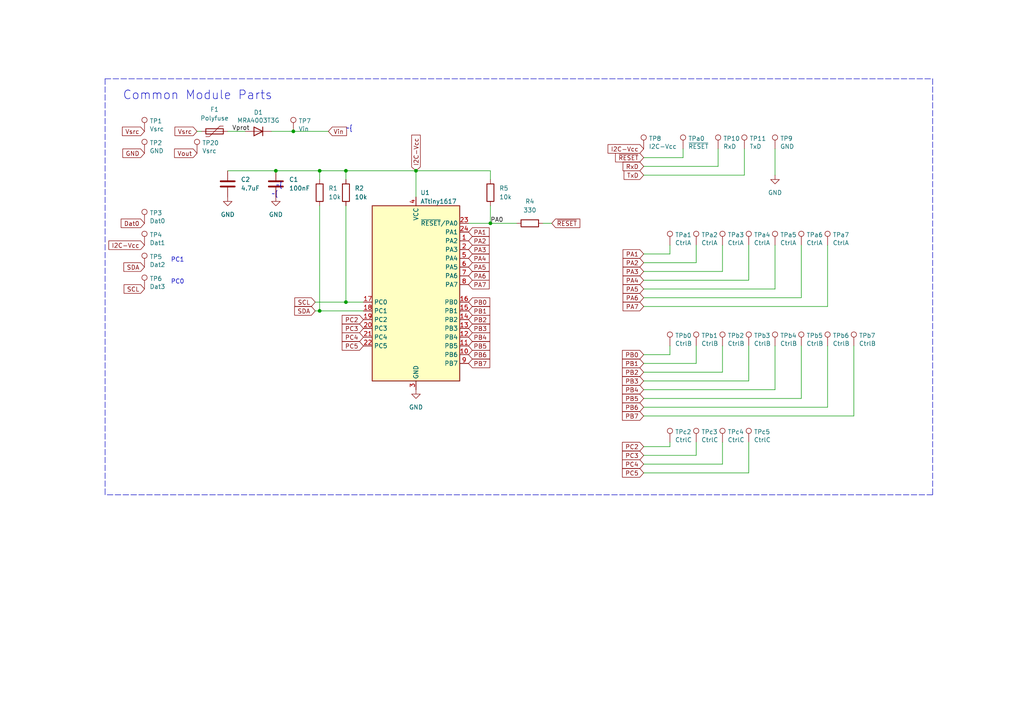
<source format=kicad_sch>
(kicad_sch (version 20211123) (generator eeschema)
  (paper "A4")
  (lib_symbols
    (symbol "Connector:TestPoint" (pin_numbers hide) (pin_names (offset 0.762) hide)
      (property "Reference" "TP" (at 0 6.858 0))
      (property "Value" "TestPoint" (at 0 5.08 0))
      (symbol "TestPoint_0_1"
        (circle (center 0 3.302) (radius 0.762))
      )
      (symbol "TestPoint_1_1"
        (pin passive line (at 0 0 90) (length 2.54) (name "1") (number "1"))
      )
    )
    (symbol "Device:C" (pin_numbers hide) (pin_names (offset 0.254))
      (property "Reference" "C" (at 0.635 2.54 0))
      (property "Value" "C" (at 0.635 -2.54 0))
      (symbol "C_0_1"
        (polyline (pts (xy -2.032 -0.762) (xy 2.032 -0.762)) (stroke (width 0.508)))
        (polyline (pts (xy -2.032 0.762) (xy 2.032 0.762)) (stroke (width 0.508)))
      )
      (symbol "C_1_1"
        (pin passive line (at 0 3.81 270) (length 2.794) (name "~") (number "1"))
        (pin passive line (at 0 -3.81 90) (length 2.794) (name "~") (number "2"))
      )
    )
    (symbol "Device:Polyfuse" (pin_numbers hide) (pin_names (offset 0))
      (property "Reference" "F" (at -2.54 0 90))
      (property "Value" "Polyfuse" (at 2.54 0 90))
      (symbol "Polyfuse_0_1"
        (rectangle (start -0.762 2.54) (end 0.762 -2.54) (stroke (width 0.254)))
        (polyline (pts (xy 0 2.54) (xy 0 -2.54)))
        (polyline (pts (xy -1.524 2.54) (xy -1.524 1.524) (xy 1.524 -1.524) (xy 1.524 -2.54)))
      )
      (symbol "Polyfuse_1_1"
        (pin passive line (at 0 3.81 270) (length 1.27) (name "~") (number "1"))
        (pin passive line (at 0 -3.81 90) (length 1.27) (name "~") (number "2"))
      )
    )
    (symbol "Device:R" (pin_numbers hide) (pin_names (offset 0))
      (property "Reference" "R" (at 2.032 0 90))
      (property "Value" "R" (at 0 0 90))
      (symbol "R_0_1"
        (rectangle (start -1.016 -2.54) (end 1.016 2.54) (stroke (width 0.254)))
      )
      (symbol "R_1_1"
        (pin passive line (at 0 3.81 270) (length 1.27) (name "~") (number "1"))
        (pin passive line (at 0 -3.81 90) (length 1.27) (name "~") (number "2"))
      )
    )
    (symbol "Diode:MRA4003T3G" (pin_numbers hide) (pin_names (offset 1.016) hide)
      (property "Reference" "D" (at 0 2.54 0))
      (property "Value" "MRA4003T3G" (at 0 -2.54 0))
      (symbol "MRA4003T3G_0_1"
        (polyline (pts (xy -1.27 1.27) (xy -1.27 -1.27)) (stroke (width 0.254)))
        (polyline (pts (xy 1.27 0) (xy -1.27 0)))
        (polyline (pts (xy 1.27 1.27) (xy 1.27 -1.27) (xy -1.27 0) (xy 1.27 1.27)) (stroke (width 0.254)))
      )
      (symbol "MRA4003T3G_1_1"
        (pin passive line (at -3.81 0 0) (length 2.54) (name "K") (number "1"))
        (pin passive line (at 3.81 0 180) (length 2.54) (name "A") (number "2"))
      )
    )
    (symbol "MCU_Microchip_ATtiny:ATtiny817-M"
      (property "Reference" "U" (at -12.7 26.67 0))
      (property "Value" "ATtiny817-M" (at 2.54 -26.67 0))
      (symbol "ATtiny817-M_0_1"
        (rectangle (start -12.7 -25.4) (end 12.7 25.4) (stroke (width 0.254)) (fill (type background)))
      )
      (symbol "ATtiny817-M_1_1"
        (pin bidirectional line (at 15.24 15.24 180) (length 2.54) (name "PA2") (number "1"))
        (pin bidirectional line (at 15.24 -17.78 180) (length 2.54) (name "PB6") (number "10"))
        (pin bidirectional line (at 15.24 -15.24 180) (length 2.54) (name "PB5") (number "11"))
        (pin bidirectional line (at 15.24 -12.7 180) (length 2.54) (name "PB4") (number "12"))
        (pin bidirectional line (at 15.24 -10.16 180) (length 2.54) (name "PB3") (number "13"))
        (pin bidirectional line (at 15.24 -7.62 180) (length 2.54) (name "PB2") (number "14"))
        (pin bidirectional line (at 15.24 -5.08 180) (length 2.54) (name "PB1") (number "15"))
        (pin bidirectional line (at 15.24 -2.54 180) (length 2.54) (name "PB0") (number "16"))
        (pin bidirectional line (at -15.24 -2.54 0) (length 2.54) (name "PC0") (number "17"))
        (pin bidirectional line (at -15.24 -5.08 0) (length 2.54) (name "PC1") (number "18"))
        (pin bidirectional line (at -15.24 -7.62 0) (length 2.54) (name "PC2") (number "19"))
        (pin bidirectional line (at 15.24 12.7 180) (length 2.54) (name "PA3") (number "2"))
        (pin bidirectional line (at -15.24 -10.16 0) (length 2.54) (name "PC3") (number "20"))
        (pin bidirectional line (at -15.24 -12.7 0) (length 2.54) (name "PC4") (number "21"))
        (pin bidirectional line (at -15.24 -15.24 0) (length 2.54) (name "PC5") (number "22"))
        (pin bidirectional line (at 15.24 20.32 180) (length 2.54) (name "~{RESET}/PA0") (number "23"))
        (pin bidirectional line (at 15.24 17.78 180) (length 2.54) (name "PA1") (number "24"))
        (pin passive line (at 0 -27.94 90) (length 2.54) hide (name "GND") (number "25"))
        (pin power_in line (at 0 -27.94 90) (length 2.54) (name "GND") (number "3"))
        (pin power_in line (at 0 27.94 270) (length 2.54) (name "VCC") (number "4"))
        (pin bidirectional line (at 15.24 10.16 180) (length 2.54) (name "PA4") (number "5"))
        (pin bidirectional line (at 15.24 7.62 180) (length 2.54) (name "PA5") (number "6"))
        (pin bidirectional line (at 15.24 5.08 180) (length 2.54) (name "PA6") (number "7"))
        (pin bidirectional line (at 15.24 2.54 180) (length 2.54) (name "PA7") (number "8"))
        (pin bidirectional line (at 15.24 -20.32 180) (length 2.54) (name "PB7") (number "9"))
      )
    )
    (symbol "power:GND" (power) (pin_names (offset 0))
      (property "Value" "GND" (at 0 -3.81 0))
      (symbol "GND_0_1"
        (polyline (pts (xy 0 0) (xy 0 -1.27) (xy 1.27 -1.27) (xy 0 -2.54) (xy -1.27 -1.27) (xy 0 -1.27)))
      )
      (symbol "GND_1_1"
        (pin power_in line (at 0 0 270) (length 0) hide (name "GND") (number "1"))
      )
    )
  )
  (junction (at 142.24 64.77))
  (junction (at 120.65 49.53))
  (junction (at 92.71 90.17))
  (junction (at 85.09 38.1))
  (junction (at 100.33 87.63))
  (junction (at 100.33 49.53))
  (junction (at 80.01 49.53))
  (junction (at 92.71 49.53))
  (wire (pts (xy 194.31 128.27) (xy 194.31 129.54)))
  (wire (pts (xy 194.31 73.66) (xy 194.31 71.12)))
  (wire (pts (xy 120.65 49.53) (xy 142.24 49.53)))
  (wire (pts (xy 186.69 45.72) (xy 198.12 45.72)))
  (wire (pts (xy 217.17 128.27) (xy 217.17 137.16)))
  (wire (pts (xy 240.03 118.11) (xy 240.03 100.33)))
  (wire (pts (xy 232.41 86.36) (xy 232.41 71.12)))
  (wire (pts (xy 224.79 83.82) (xy 224.79 71.12)))
  (wire (pts (xy 142.24 59.69) (xy 142.24 64.77)))
  (wire (pts (xy 120.65 49.53) (xy 120.65 57.15)))
  (wire (pts (xy 186.69 113.03) (xy 224.79 113.03)))
  (wire (pts (xy 186.69 76.2) (xy 201.93 76.2)))
  (wire (pts (xy 78.74 38.1) (xy 85.09 38.1)))
  (wire (pts (xy 186.69 81.28) (xy 217.17 81.28)))
  (wire (pts (xy 208.28 48.26) (xy 208.28 43.18)))
  (wire (pts (xy 92.71 49.53) (xy 100.33 49.53)))
  (wire (pts (xy 224.79 50.8) (xy 224.79 43.18)))
  (wire (pts (xy 85.09 38.1) (xy 95.25 38.1)))
  (wire (pts (xy 186.69 107.95) (xy 209.55 107.95)))
  (wire (pts (xy 91.44 87.63) (xy 100.33 87.63)))
  (wire (pts (xy 194.31 102.87) (xy 194.31 100.33)))
  (wire (pts (xy 217.17 100.33) (xy 217.17 110.49)))
  (wire (pts (xy 92.71 90.17) (xy 105.41 90.17)))
  (wire (pts (xy 100.33 59.69) (xy 100.33 87.63)))
  (wire (pts (xy 186.69 102.87) (xy 194.31 102.87)))
  (wire (pts (xy 186.69 134.62) (xy 209.55 134.62)))
  (wire (pts (xy 142.24 64.77) (xy 149.86 64.77)))
  (wire (pts (xy 186.69 50.8) (xy 215.9 50.8)))
  (wire (pts (xy 91.44 90.17) (xy 92.71 90.17)))
  (wire (pts (xy 135.89 64.77) (xy 142.24 64.77)))
  (wire (pts (xy 186.69 86.36) (xy 232.41 86.36)))
  (wire (pts (xy 100.33 49.53) (xy 100.33 52.07)))
  (wire (pts (xy 186.69 137.16) (xy 217.17 137.16)))
  (wire (pts (xy 66.04 49.53) (xy 80.01 49.53)))
  (wire (pts (xy 186.69 105.41) (xy 201.93 105.41)))
  (wire (pts (xy 201.93 105.41) (xy 201.93 100.33)))
  (wire (pts (xy 186.69 78.74) (xy 209.55 78.74)))
  (polyline (pts (xy 30.48 22.86) (xy 270.51 22.86)))
  (wire (pts (xy 186.69 110.49) (xy 217.17 110.49)))
  (wire (pts (xy 100.33 87.63) (xy 105.41 87.63)))
  (wire (pts (xy 232.41 115.57) (xy 232.41 100.33)))
  (wire (pts (xy 66.04 38.1) (xy 71.12 38.1)))
  (wire (pts (xy 100.33 49.53) (xy 120.65 49.53)))
  (wire (pts (xy 142.24 49.53) (xy 142.24 52.07)))
  (polyline (pts (xy 30.48 22.86) (xy 30.48 143.51)))
  (wire (pts (xy 186.69 120.65) (xy 247.65 120.65)))
  (wire (pts (xy 92.71 49.53) (xy 92.71 52.07)))
  (wire (pts (xy 186.69 73.66) (xy 194.31 73.66)))
  (wire (pts (xy 186.69 83.82) (xy 224.79 83.82)))
  (polyline (pts (xy 270.51 22.86) (xy 270.51 143.51)))
  (wire (pts (xy 198.12 45.72) (xy 198.12 43.18)))
  (wire (pts (xy 92.71 59.69) (xy 92.71 90.17)))
  (wire (pts (xy 217.17 71.12) (xy 217.17 81.28)))
  (wire (pts (xy 209.55 107.95) (xy 209.55 100.33)))
  (wire (pts (xy 247.65 120.65) (xy 247.65 100.33)))
  (wire (pts (xy 209.55 78.74) (xy 209.55 71.12)))
  (wire (pts (xy 186.69 118.11) (xy 240.03 118.11)))
  (wire (pts (xy 209.55 134.62) (xy 209.55 128.27)))
  (wire (pts (xy 186.69 48.26) (xy 208.28 48.26)))
  (wire (pts (xy 186.69 132.08) (xy 201.93 132.08)))
  (wire (pts (xy 215.9 50.8) (xy 215.9 43.18)))
  (wire (pts (xy 157.48 64.77) (xy 160.02 64.77)))
  (polyline (pts (xy 270.51 143.51) (xy 30.48 143.51)))
  (wire (pts (xy 186.69 129.54) (xy 194.31 129.54)))
  (wire (pts (xy 224.79 113.03) (xy 224.79 100.33)))
  (wire (pts (xy 240.03 88.9) (xy 240.03 71.12)))
  (wire (pts (xy 201.93 76.2) (xy 201.93 71.12)))
  (wire (pts (xy 201.93 132.08) (xy 201.93 128.27)))
  (wire (pts (xy 186.69 88.9) (xy 240.03 88.9)))
  (wire (pts (xy 80.01 49.53) (xy 92.71 49.53)))
  (wire (pts (xy 186.69 115.57) (xy 232.41 115.57)))
  (wire (pts (xy 58.42 38.1) (xy 57.15 38.1)))
  (text "~{" (at 80.01 54.61 0) (effects (font (size 1.27 1.27)) (justify left bottom)))
  (text "PC0" (at 49.53 82.55 0) (effects (font (size 1.27 1.27)) (justify left bottom)))
  (text "~{" (at 78.74 57.15 0) (effects (font (size 1.27 1.27)) (justify left bottom)))
  (text "Common Module Parts" (at 35.56 29.21 0) (effects (font (size 2.54 2.54)) (justify left bottom)))
  (text "PC1" (at 49.53 76.2 0) (effects (font (size 1.27 1.27)) (justify left bottom)))
  (text "~{" (at 100.33 38.1 0) (effects (font (size 1.27 1.27)) (justify left bottom)))
  (label "PA0" (at 142.24 64.77 0))
  (label "Vprot" (at 67.31 38.1 0))
  (global_label "RxD" (shape input) (at 186.69 48.26 180) (property "Intersheet References" "${INTERSHEET_REFS}" (effects hide)))
  (global_label "PB6" (shape input) (at 135.89 102.87 0) (property "Intersheet References" "${INTERSHEET_REFS}" (effects hide)))
  (global_label "I2C-Vcc" (shape input) (at 120.65 49.53 90) (property "Intersheet References" "${INTERSHEET_REFS}" (effects hide)))
  (global_label "PB1" (shape input) (at 186.69 105.41 180) (property "Intersheet References" "${INTERSHEET_REFS}" (effects hide)))
  (global_label "PB4" (shape input) (at 186.69 113.03 180) (property "Intersheet References" "${INTERSHEET_REFS}" (effects hide)))
  (global_label "PA4" (shape input) (at 186.69 81.28 180) (property "Intersheet References" "${INTERSHEET_REFS}" (effects hide)))
  (global_label "TxD" (shape input) (at 186.69 50.8 180) (property "Intersheet References" "${INTERSHEET_REFS}" (effects hide)))
  (global_label "PB0" (shape input) (at 186.69 102.87 180) (property "Intersheet References" "${INTERSHEET_REFS}" (effects hide)))
  (global_label "PC3" (shape input) (at 186.69 132.08 180) (property "Intersheet References" "${INTERSHEET_REFS}" (effects hide)))
  (global_label "PA2" (shape input) (at 135.89 69.85 0) (property "Intersheet References" "${INTERSHEET_REFS}" (effects hide)))
  (global_label "I2C-Vcc" (shape input) (at 186.69 43.18 180) (property "Intersheet References" "${INTERSHEET_REFS}" (effects hide)))
  (global_label "PC4" (shape input) (at 186.69 134.62 180) (property "Intersheet References" "${INTERSHEET_REFS}" (effects hide)))
  (global_label "PA2" (shape input) (at 186.69 76.2 180) (property "Intersheet References" "${INTERSHEET_REFS}" (effects hide)))
  (global_label "PA6" (shape input) (at 135.89 80.01 0) (property "Intersheet References" "${INTERSHEET_REFS}" (effects hide)))
  (global_label "PB3" (shape input) (at 186.69 110.49 180) (property "Intersheet References" "${INTERSHEET_REFS}" (effects hide)))
  (global_label "SDA" (shape input) (at 41.91 77.47 180) (property "Intersheet References" "${INTERSHEET_REFS}" (effects hide)))
  (global_label "PB6" (shape input) (at 186.69 118.11 180) (property "Intersheet References" "${INTERSHEET_REFS}" (effects hide)))
  (global_label "PA5" (shape input) (at 186.69 83.82 180) (property "Intersheet References" "${INTERSHEET_REFS}" (effects hide)))
  (global_label "Vin" (shape input) (at 95.25 38.1 0) (property "Intersheet References" "${INTERSHEET_REFS}" (effects hide)))
  (global_label "PC3" (shape input) (at 105.41 95.25 180) (property "Intersheet References" "${INTERSHEET_REFS}" (effects hide)))
  (global_label "PC2" (shape input) (at 186.69 129.54 180) (property "Intersheet References" "${INTERSHEET_REFS}" (effects hide)))
  (global_label "PA4" (shape input) (at 135.89 74.93 0) (property "Intersheet References" "${INTERSHEET_REFS}" (effects hide)))
  (global_label "~{RESET}" (shape input) (at 186.69 45.72 180) (property "Intersheet References" "${INTERSHEET_REFS}" (effects hide)))
  (global_label "PB5" (shape input) (at 186.69 115.57 180) (property "Intersheet References" "${INTERSHEET_REFS}" (effects hide)))
  (global_label "PA3" (shape input) (at 186.69 78.74 180) (property "Intersheet References" "${INTERSHEET_REFS}" (effects hide)))
  (global_label "PB5" (shape input) (at 135.89 100.33 0) (property "Intersheet References" "${INTERSHEET_REFS}" (effects hide)))
  (global_label "PB1" (shape input) (at 135.89 90.17 0) (property "Intersheet References" "${INTERSHEET_REFS}" (effects hide)))
  (global_label "GND" (shape input) (at 41.91 44.45 180) (property "Intersheet References" "${INTERSHEET_REFS}" (effects hide)))
  (global_label "SDA" (shape input) (at 91.44 90.17 180) (property "Intersheet References" "${INTERSHEET_REFS}" (effects hide)))
  (global_label "PA1" (shape input) (at 186.69 73.66 180) (property "Intersheet References" "${INTERSHEET_REFS}" (effects hide)))
  (global_label "PB2" (shape input) (at 135.89 92.71 0) (property "Intersheet References" "${INTERSHEET_REFS}" (effects hide)))
  (global_label "Vsrc" (shape input) (at 41.91 38.1 180) (property "Intersheet References" "${INTERSHEET_REFS}" (effects hide)))
  (global_label "PA7" (shape input) (at 186.69 88.9 180) (property "Intersheet References" "${INTERSHEET_REFS}" (effects hide)))
  (global_label "PA3" (shape input) (at 135.89 72.39 0) (property "Intersheet References" "${INTERSHEET_REFS}" (effects hide)))
  (global_label "Vsrc" (shape input) (at 57.15 38.1 180) (property "Intersheet References" "${INTERSHEET_REFS}" (effects hide)))
  (global_label "PB2" (shape input) (at 186.69 107.95 180) (property "Intersheet References" "${INTERSHEET_REFS}" (effects hide)))
  (global_label "PC5" (shape input) (at 105.41 100.33 180) (property "Intersheet References" "${INTERSHEET_REFS}" (effects hide)))
  (global_label "~{RESET}" (shape input) (at 160.02 64.77 0) (property "Intersheet References" "${INTERSHEET_REFS}" (effects hide)))
  (global_label "PA6" (shape input) (at 186.69 86.36 180) (property "Intersheet References" "${INTERSHEET_REFS}" (effects hide)))
  (global_label "PC5" (shape input) (at 186.69 137.16 180) (property "Intersheet References" "${INTERSHEET_REFS}" (effects hide)))
  (global_label "Dat0" (shape input) (at 41.91 64.77 180) (property "Intersheet References" "${INTERSHEET_REFS}" (effects hide)))
  (global_label "PB7" (shape input) (at 186.69 120.65 180) (property "Intersheet References" "${INTERSHEET_REFS}" (effects hide)))
  (global_label "PB3" (shape input) (at 135.89 95.25 0) (property "Intersheet References" "${INTERSHEET_REFS}" (effects hide)))
  (global_label "PC4" (shape input) (at 105.41 97.79 180) (property "Intersheet References" "${INTERSHEET_REFS}" (effects hide)))
  (global_label "SCL" (shape input) (at 41.91 83.82 180) (property "Intersheet References" "${INTERSHEET_REFS}" (effects hide)))
  (global_label "PB7" (shape input) (at 135.89 105.41 0) (property "Intersheet References" "${INTERSHEET_REFS}" (effects hide)))
  (global_label "SCL" (shape input) (at 91.44 87.63 180) (property "Intersheet References" "${INTERSHEET_REFS}" (effects hide)))
  (global_label "PA1" (shape input) (at 135.89 67.31 0) (property "Intersheet References" "${INTERSHEET_REFS}" (effects hide)))
  (global_label "PC2" (shape input) (at 105.41 92.71 180) (property "Intersheet References" "${INTERSHEET_REFS}" (effects hide)))
  (global_label "PA5" (shape input) (at 135.89 77.47 0) (property "Intersheet References" "${INTERSHEET_REFS}" (effects hide)))
  (global_label "PB4" (shape input) (at 135.89 97.79 0) (property "Intersheet References" "${INTERSHEET_REFS}" (effects hide)))
  (global_label "I2C-Vcc" (shape input) (at 41.91 71.12 180) (property "Intersheet References" "${INTERSHEET_REFS}" (effects hide)))
  (global_label "Vout" (shape input) (at 57.15 44.45 180) (property "Intersheet References" "${INTERSHEET_REFS}" (effects hide)))
  (global_label "PB0" (shape input) (at 135.89 87.63 0) (property "Intersheet References" "${INTERSHEET_REFS}" (effects hide)))
  (global_label "PA7" (shape input) (at 135.89 82.55 0) (property "Intersheet References" "${INTERSHEET_REFS}" (effects hide)))
  (symbol (lib_id "Connector:TestPoint") (at 41.91 64.77 0) (unit 1)
    (property "Reference" "TP3" (at 43.3832 61.7728 0) (effects (justify left)))
    (property "Value" "Dat0" (at 43.3832 64.0842 0) (effects (justify left)))
    (property "Footprint" "tinker:TestPoint_THTPad_D1.0mm_Drill0.5mm" (effects hide))
  )
  (symbol (lib_id "Device:Polyfuse") (at 62.23 38.1 90) (unit 1)
    (property "Reference" "F1" (at 62.23 31.75 90))
    (property "Value" "Polyfuse" (at 62.23 34.29 90))
    (property "Footprint" "tinker:F1206" (effects hide))
    (property "Datasheet" "https://www.lcsc.com/datasheet/lcsc_datasheet_2305121424_BHFUSE-BSMD1206L-260_C960020.pdf" (effects hide))
    (property "LCSC" "C2977524 (random choice)" (effects hide))
    (property "Field5" "BHFuse BSMD1206 family" (effects hide))
    (property "Field6" "https://www.lcsc.com/products/Resettable-Fuses_11042.html?keyword=BSMD1206" (effects hide))
  )
  (symbol (lib_id "Connector:TestPoint") (at 41.91 83.82 0) (unit 1)
    (property "Reference" "TP6" (at 43.3832 80.8228 0) (effects (justify left)))
    (property "Value" "Dat3" (at 43.3832 83.1342 0) (effects (justify left)))
    (property "Footprint" "tinker:TestPoint_THTPad_D1.0mm_Drill0.5mm" (effects hide))
  )
  (symbol (lib_id "Connector:TestPoint") (at 201.93 128.27 0) (unit 1)
    (property "Reference" "TPc3" (at 203.4032 125.2728 0) (effects (justify left)))
    (property "Value" "CtrlC" (at 203.4032 127.5842 0) (effects (justify left)))
    (property "Footprint" "tinker:TestPoint_THTPad_D1.0mm_Drill0.5mm" (effects hide))
  )
  (symbol (lib_id "Connector:TestPoint") (at 217.17 100.33 0) (unit 1)
    (property "Reference" "TPb3" (at 218.6432 97.3328 0) (effects (justify left)))
    (property "Value" "CtrlB" (at 218.6432 99.6442 0) (effects (justify left)))
    (property "Footprint" "tinker:TestPoint_THTPad_D1.0mm_Drill0.5mm" (effects hide))
  )
  (symbol (lib_id "Connector:TestPoint") (at 194.31 71.12 0) (unit 1)
    (property "Reference" "TPa1" (at 195.7832 68.1228 0) (effects (justify left)))
    (property "Value" "CtrlA" (at 195.7832 70.4342 0) (effects (justify left)))
    (property "Footprint" "tinker:TestPoint_THTPad_D1.0mm_Drill0.5mm" (effects hide))
  )
  (symbol (lib_id "Connector:TestPoint") (at 224.79 43.18 0) (unit 1)
    (property "Reference" "TP9" (at 226.2632 40.1828 0) (effects (justify left)))
    (property "Value" "GND" (at 226.2632 42.4942 0) (effects (justify left)))
    (property "Footprint" "tinker:TestPoint_THTPad_D1.0mm_Drill0.5mm" (effects hide))
  )
  (symbol (lib_id "Device:R") (at 142.24 55.88 0) (unit 1)
    (property "Reference" "R5" (at 144.78 54.6099 0) (effects (justify left)))
    (property "Value" "10k" (at 144.78 57.1499 0) (effects (justify left)))
    (property "Footprint" "Resistor_SMD:R_0603_1608Metric" (effects hide))
  )
  (symbol (lib_id "Connector:TestPoint") (at 208.28 43.18 0) (unit 1) (on_board no)
    (property "Reference" "TP10" (at 209.7532 40.1828 0) (effects (justify left)))
    (property "Value" "RxD" (at 209.7532 42.4942 0) (effects (justify left)))
    (property "Footprint" "tinker:TestPoint_THTPad_D1.0mm_Drill0.5mm" (effects hide))
  )
  (symbol (lib_id "Connector:TestPoint") (at 198.12 43.18 0) (unit 1)
    (property "Reference" "TPa0" (at 199.5932 40.1828 0) (effects (justify left)))
    (property "Value" "~{RESET}" (at 199.5932 42.4942 0) (effects (justify left)))
    (property "Footprint" "tinker:TestPoint_THTPad_D1.0mm_Drill0.5mm" (effects hide))
  )
  (symbol (lib_id "Connector:TestPoint") (at 41.91 77.47 0) (unit 1)
    (property "Reference" "TP5" (at 43.3832 74.4728 0) (effects (justify left)))
    (property "Value" "Dat2" (at 43.3832 76.7842 0) (effects (justify left)))
    (property "Footprint" "tinker:TestPoint_THTPad_D1.0mm_Drill0.5mm" (effects hide))
  )
  (symbol (lib_id "Connector:TestPoint") (at 224.79 71.12 0) (unit 1)
    (property "Reference" "TPa5" (at 226.2632 68.1228 0) (effects (justify left)))
    (property "Value" "CtrlA" (at 226.2632 70.4342 0) (effects (justify left)))
    (property "Footprint" "tinker:TestPoint_THTPad_D1.0mm_Drill0.5mm" (effects hide))
  )
  (symbol (lib_id "Connector:TestPoint") (at 240.03 71.12 0) (unit 1)
    (property "Reference" "TPa7" (at 241.5032 68.1228 0) (effects (justify left)))
    (property "Value" "CtrlA" (at 241.5032 70.4342 0) (effects (justify left)))
    (property "Footprint" "tinker:TestPoint_THTPad_D1.0mm_Drill0.5mm" (effects hide))
  )
  (symbol (lib_id "Connector:TestPoint") (at 209.55 71.12 0) (unit 1)
    (property "Reference" "TPa3" (at 211.0232 68.1228 0) (effects (justify left)))
    (property "Value" "CtrlA" (at 211.0232 70.4342 0) (effects (justify left)))
    (property "Footprint" "tinker:TestPoint_THTPad_D1.0mm_Drill0.5mm" (effects hide))
  )
  (symbol (lib_id "Connector:TestPoint") (at 186.69 43.18 0) (unit 1)
    (property "Reference" "TP8" (at 188.1632 40.1828 0) (effects (justify left)))
    (property "Value" "I2C-Vcc" (at 188.1632 42.4942 0) (effects (justify left)))
    (property "Footprint" "tinker:TestPoint_THTPad_D1.0mm_Drill0.5mm" (effects hide))
  )
  (symbol (lib_id "Connector:TestPoint") (at 217.17 71.12 0) (unit 1)
    (property "Reference" "TPa4" (at 218.6432 68.1228 0) (effects (justify left)))
    (property "Value" "CtrlA" (at 218.6432 70.4342 0) (effects (justify left)))
    (property "Footprint" "tinker:TestPoint_THTPad_D1.0mm_Drill0.5mm" (effects hide))
  )
  (symbol (lib_id "power:GND") (at 120.65 113.03 0) (unit 1)
    (property "Reference" "#PWR0103" (effects hide))
    (property "Value" "GND" (at 120.65 118.11 0))
  )
  (symbol (lib_id "Connector:TestPoint") (at 194.31 100.33 0) (unit 1)
    (property "Reference" "TPb0" (at 195.7832 97.3328 0) (effects (justify left)))
    (property "Value" "CtrlB" (at 195.7832 99.6442 0) (effects (justify left)))
    (property "Footprint" "tinker:TestPoint_THTPad_D1.0mm_Drill0.5mm" (effects hide))
  )
  (symbol (lib_id "Connector:TestPoint") (at 209.55 100.33 0) (unit 1)
    (property "Reference" "TPb2" (at 211.0232 97.3328 0) (effects (justify left)))
    (property "Value" "CtrlB" (at 211.0232 99.6442 0) (effects (justify left)))
    (property "Footprint" "tinker:TestPoint_THTPad_D1.0mm_Drill0.5mm" (effects hide))
  )
  (symbol (lib_id "Connector:TestPoint") (at 209.55 128.27 0) (unit 1)
    (property "Reference" "TPc4" (at 211.0232 125.2728 0) (effects (justify left)))
    (property "Value" "CtrlC" (at 211.0232 127.5842 0) (effects (justify left)))
    (property "Footprint" "tinker:TestPoint_THTPad_D1.0mm_Drill0.5mm" (effects hide))
  )
  (symbol (lib_id "Connector:TestPoint") (at 240.03 100.33 0) (unit 1)
    (property "Reference" "TPb6" (at 241.5032 97.3328 0) (effects (justify left)))
    (property "Value" "CtrlB" (at 241.5032 99.6442 0) (effects (justify left)))
    (property "Footprint" "tinker:TestPoint_THTPad_D1.0mm_Drill0.5mm" (effects hide))
  )
  (symbol (lib_id "Connector:TestPoint") (at 232.41 100.33 0) (unit 1)
    (property "Reference" "TPb5" (at 233.8832 97.3328 0) (effects (justify left)))
    (property "Value" "CtrlB" (at 233.8832 99.6442 0) (effects (justify left)))
    (property "Footprint" "tinker:TestPoint_THTPad_D1.0mm_Drill0.5mm" (effects hide))
  )
  (symbol (lib_id "Connector:TestPoint") (at 247.65 100.33 0) (unit 1)
    (property "Reference" "TPb7" (at 249.1232 97.3328 0) (effects (justify left)))
    (property "Value" "CtrlB" (at 249.1232 99.6442 0) (effects (justify left)))
    (property "Footprint" "tinker:TestPoint_THTPad_D1.0mm_Drill0.5mm" (effects hide))
  )
  (symbol (lib_id "Connector:TestPoint") (at 57.15 44.45 0) (unit 1) (on_board no)
    (property "Reference" "TP20" (at 58.6232 41.4528 0) (effects (justify left)))
    (property "Value" "Vsrc" (at 58.6232 43.7642 0) (effects (justify left)))
    (property "Footprint" "tinker:TestPoint_THTPad_D1.0mm_Drill0.5mm" (effects hide))
  )
  (symbol (lib_id "Connector:TestPoint") (at 232.41 71.12 0) (unit 1)
    (property "Reference" "TPa6" (at 233.8832 68.1228 0) (effects (justify left)))
    (property "Value" "CtrlA" (at 233.8832 70.4342 0) (effects (justify left)))
    (property "Footprint" "tinker:TestPoint_THTPad_D1.0mm_Drill0.5mm" (effects hide))
  )
  (symbol (lib_id "Connector:TestPoint") (at 85.09 38.1 0) (unit 1)
    (property "Reference" "TP7" (at 86.5632 35.1028 0) (effects (justify left)))
    (property "Value" "Vin" (at 86.5632 37.4142 0) (effects (justify left)))
    (property "Footprint" "tinker:TestPoint_THTPad_D1.0mm_Drill0.5mm" (effects hide))
  )
  (symbol (lib_id "MCU_Microchip_ATtiny:ATtiny817-M") (at 120.65 85.09 0) (unit 1)
    (property "Reference" "U1" (at 121.92 55.88 0) (effects (justify left)))
    (property "Value" "ATtiny1617" (at 121.92 58.42 0) (effects (justify left)))
    (property "Footprint" "Package_DFN_QFN:QFN-24-1EP_4x4mm_P0.5mm_EP2.6x2.6mm" (effects hide))
    (property "Datasheet" "http://ww1.microchip.com/downloads/en/DeviceDoc/40001901B.pdf" (effects hide))
  )
  (symbol (lib_id "Connector:TestPoint") (at 224.79 100.33 0) (unit 1)
    (property "Reference" "TPb4" (at 226.2632 97.3328 0) (effects (justify left)))
    (property "Value" "CtrlB" (at 226.2632 99.6442 0) (effects (justify left)))
    (property "Footprint" "tinker:TestPoint_THTPad_D1.0mm_Drill0.5mm" (effects hide))
  )
  (symbol (lib_id "power:GND") (at 66.04 57.15 0) (unit 1)
    (property "Reference" "#PWR0102" (effects hide))
    (property "Value" "GND" (at 66.04 62.23 0))
  )
  (symbol (lib_id "power:GND") (at 80.01 57.15 0) (unit 1)
    (property "Reference" "#PWR0101" (effects hide))
    (property "Value" "GND" (at 80.01 62.23 0))
  )
  (symbol (lib_id "Connector:TestPoint") (at 201.93 100.33 0) (unit 1)
    (property "Reference" "TPb1" (at 203.4032 97.3328 0) (effects (justify left)))
    (property "Value" "CtrlB" (at 203.4032 99.6442 0) (effects (justify left)))
    (property "Footprint" "tinker:TestPoint_THTPad_D1.0mm_Drill0.5mm" (effects hide))
  )
  (symbol (lib_id "Connector:TestPoint") (at 194.31 128.27 0) (unit 1)
    (property "Reference" "TPc2" (at 195.7832 125.2728 0) (effects (justify left)))
    (property "Value" "CtrlC" (at 195.7832 127.5842 0) (effects (justify left)))
    (property "Footprint" "tinker:TestPoint_THTPad_D1.0mm_Drill0.5mm" (effects hide))
  )
  (symbol (lib_id "Connector:TestPoint") (at 41.91 71.12 0) (unit 1)
    (property "Reference" "TP4" (at 43.3832 68.1228 0) (effects (justify left)))
    (property "Value" "Dat1" (at 43.3832 70.4342 0) (effects (justify left)))
    (property "Footprint" "tinker:TestPoint_THTPad_D1.0mm_Drill0.5mm" (effects hide))
  )
  (symbol (lib_id "Device:C") (at 66.04 53.34 0) (unit 1)
    (property "Reference" "C2" (at 69.85 52.0699 0) (effects (justify left)))
    (property "Value" "4.7uF" (at 69.85 54.6099 0) (effects (justify left)))
    (property "Footprint" "Capacitor_SMD:C_0805_2012Metric" (effects hide))
  )
  (symbol (lib_id "Device:R") (at 100.33 55.88 0) (unit 1)
    (property "Reference" "R2" (at 102.87 54.6099 0) (effects (justify left)))
    (property "Value" "10k" (at 102.87 57.1499 0) (effects (justify left)))
    (property "Footprint" "Resistor_SMD:R_0603_1608Metric" (effects hide))
  )
  (symbol (lib_id "Connector:TestPoint") (at 217.17 128.27 0) (unit 1)
    (property "Reference" "TPc5" (at 218.6432 125.2728 0) (effects (justify left)))
    (property "Value" "CtrlC" (at 218.6432 127.5842 0) (effects (justify left)))
    (property "Footprint" "tinker:TestPoint_THTPad_D1.0mm_Drill0.5mm" (effects hide))
  )
  (symbol (lib_id "Device:C") (at 80.01 53.34 0) (unit 1)
    (property "Reference" "C1" (at 83.82 52.0699 0) (effects (justify left)))
    (property "Value" "100nF" (at 83.82 54.6099 0) (effects (justify left)))
    (property "Footprint" "Capacitor_SMD:C_0603_1608Metric" (effects hide))
  )
  (symbol (lib_id "Diode:MRA4003T3G") (at 74.93 38.1 180) (unit 1)
    (property "Reference" "D1" (at 74.93 32.6136 0))
    (property "Value" "MRA4003T3G" (at 74.93 34.925 0))
    (property "Footprint" "Diode_SMD:D_SMA" (effects hide))
    (property "Datasheet" "http://www.onsemi.com/pub_link/Collateral/MRA4003T3-D.PDF" (effects hide))
  )
  (symbol (lib_id "Connector:TestPoint") (at 41.91 38.1 0) (unit 1)
    (property "Reference" "TP1" (at 43.3832 35.1028 0) (effects (justify left)))
    (property "Value" "Vsrc" (at 43.3832 37.4142 0) (effects (justify left)))
    (property "Footprint" "tinker:TestPoint_THTPad_D1.0mm_Drill0.5mm" (effects hide))
  )
  (symbol (lib_id "Connector:TestPoint") (at 201.93 71.12 0) (unit 1)
    (property "Reference" "TPa2" (at 203.4032 68.1228 0) (effects (justify left)))
    (property "Value" "CtrlA" (at 203.4032 70.4342 0) (effects (justify left)))
    (property "Footprint" "tinker:TestPoint_THTPad_D1.0mm_Drill0.5mm" (effects hide))
  )
  (symbol (lib_id "Connector:TestPoint") (at 215.9 43.18 0) (unit 1) (on_board no)
    (property "Reference" "TP11" (at 217.3732 40.1828 0) (effects (justify left)))
    (property "Value" "TxD" (at 217.3732 42.4942 0) (effects (justify left)))
    (property "Footprint" "tinker:TestPoint_THTPad_D1.0mm_Drill0.5mm" (effects hide))
  )
  (symbol (lib_id "power:GND") (at 224.79 50.8 0) (unit 1)
    (property "Reference" "#PWR0106" (effects hide))
    (property "Value" "GND" (at 224.79 55.88 0))
  )
  (symbol (lib_id "Device:R") (at 153.67 64.77 90) (unit 1)
    (property "Reference" "R4" (at 153.67 58.42 90))
    (property "Value" "330" (at 153.67 60.96 90))
    (property "Footprint" "Resistor_SMD:R_0603_1608Metric" (effects hide))
  )
  (symbol (lib_id "Connector:TestPoint") (at 41.91 44.45 0) (unit 1)
    (property "Reference" "TP2" (at 43.3832 41.4528 0) (effects (justify left)))
    (property "Value" "GND" (at 43.3832 43.7642 0) (effects (justify left)))
    (property "Footprint" "tinker:TestPoint_THTPad_D1.0mm_Drill0.5mm" (effects hide))
  )
  (symbol (lib_id "Device:R") (at 92.71 55.88 0) (unit 1)
    (property "Reference" "R1" (at 95.25 54.6099 0) (effects (justify left)))
    (property "Value" "10k" (at 95.25 57.1499 0) (effects (justify left)))
    (property "Footprint" "Resistor_SMD:R_0603_1608Metric" (effects hide))
  )
)
</source>
